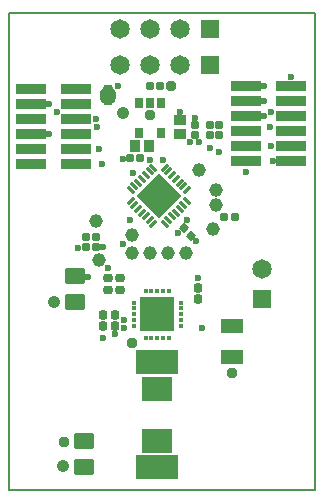
<source format=gts>
G04*
G04 #@! TF.GenerationSoftware,Altium Limited,Altium Designer,20.0.9 (164)*
G04*
G04 Layer_Color=8388736*
%FSLAX25Y25*%
%MOIN*%
G70*
G01*
G75*
%ADD10C,0.00787*%
%ADD31R,0.11614X0.11614*%
%ADD32C,0.01772*%
%ADD33R,0.14370X0.08465*%
%ADD34R,0.10433X0.08071*%
G04:AMPARAMS|DCode=35|XSize=66.93mil|YSize=55.12mil|CornerRadius=6.64mil|HoleSize=0mil|Usage=FLASHONLY|Rotation=180.000|XOffset=0mil|YOffset=0mil|HoleType=Round|Shape=RoundedRectangle|*
%AMROUNDEDRECTD35*
21,1,0.06693,0.04183,0,0,180.0*
21,1,0.05364,0.05512,0,0,180.0*
1,1,0.01329,-0.02682,0.02092*
1,1,0.01329,0.02682,0.02092*
1,1,0.01329,0.02682,-0.02092*
1,1,0.01329,-0.02682,-0.02092*
%
%ADD35ROUNDEDRECTD35*%
G04:AMPARAMS|DCode=36|XSize=31.1mil|YSize=29.53mil|CornerRadius=8.86mil|HoleSize=0mil|Usage=FLASHONLY|Rotation=180.000|XOffset=0mil|YOffset=0mil|HoleType=Round|Shape=RoundedRectangle|*
%AMROUNDEDRECTD36*
21,1,0.03110,0.01181,0,0,180.0*
21,1,0.01339,0.02953,0,0,180.0*
1,1,0.01772,-0.00669,0.00591*
1,1,0.01772,0.00669,0.00591*
1,1,0.01772,0.00669,-0.00591*
1,1,0.01772,-0.00669,-0.00591*
%
%ADD36ROUNDEDRECTD36*%
%ADD37R,0.07284X0.04921*%
G04:AMPARAMS|DCode=38|XSize=31.1mil|YSize=29.53mil|CornerRadius=8.86mil|HoleSize=0mil|Usage=FLASHONLY|Rotation=90.000|XOffset=0mil|YOffset=0mil|HoleType=Round|Shape=RoundedRectangle|*
%AMROUNDEDRECTD38*
21,1,0.03110,0.01181,0,0,90.0*
21,1,0.01339,0.02953,0,0,90.0*
1,1,0.01772,0.00591,0.00669*
1,1,0.01772,0.00591,-0.00669*
1,1,0.01772,-0.00591,-0.00669*
1,1,0.01772,-0.00591,0.00669*
%
%ADD38ROUNDEDRECTD38*%
%ADD39P,0.14755X4X180.0*%
G04:AMPARAMS|DCode=40|XSize=13.78mil|YSize=35.43mil|CornerRadius=0mil|HoleSize=0mil|Usage=FLASHONLY|Rotation=135.000|XOffset=0mil|YOffset=0mil|HoleType=Round|Shape=Round|*
%AMOVALD40*
21,1,0.02165,0.01378,0.00000,0.00000,225.0*
1,1,0.01378,0.00766,0.00766*
1,1,0.01378,-0.00766,-0.00766*
%
%ADD40OVALD40*%

G04:AMPARAMS|DCode=41|XSize=13.78mil|YSize=35.43mil|CornerRadius=0mil|HoleSize=0mil|Usage=FLASHONLY|Rotation=225.000|XOffset=0mil|YOffset=0mil|HoleType=Round|Shape=Round|*
%AMOVALD41*
21,1,0.02165,0.01378,0.00000,0.00000,315.0*
1,1,0.01378,-0.00766,0.00766*
1,1,0.01378,0.00766,-0.00766*
%
%ADD41OVALD41*%

%ADD42C,0.04591*%
G04:AMPARAMS|DCode=43|XSize=26.38mil|YSize=27.95mil|CornerRadius=8.07mil|HoleSize=0mil|Usage=FLASHONLY|Rotation=0.000|XOffset=0mil|YOffset=0mil|HoleType=Round|Shape=RoundedRectangle|*
%AMROUNDEDRECTD43*
21,1,0.02638,0.01181,0,0,0.0*
21,1,0.01024,0.02795,0,0,0.0*
1,1,0.01614,0.00512,-0.00591*
1,1,0.01614,-0.00512,-0.00591*
1,1,0.01614,-0.00512,0.00591*
1,1,0.01614,0.00512,0.00591*
%
%ADD43ROUNDEDRECTD43*%
%ADD44R,0.10039X0.03583*%
%ADD45R,0.03091X0.03091*%
%ADD46R,0.02756X0.03740*%
G04:AMPARAMS|DCode=47|XSize=26.38mil|YSize=27.95mil|CornerRadius=8.07mil|HoleSize=0mil|Usage=FLASHONLY|Rotation=90.000|XOffset=0mil|YOffset=0mil|HoleType=Round|Shape=RoundedRectangle|*
%AMROUNDEDRECTD47*
21,1,0.02638,0.01181,0,0,90.0*
21,1,0.01024,0.02795,0,0,90.0*
1,1,0.01614,0.00591,0.00512*
1,1,0.01614,0.00591,-0.00512*
1,1,0.01614,-0.00591,-0.00512*
1,1,0.01614,-0.00591,0.00512*
%
%ADD47ROUNDEDRECTD47*%
%ADD48R,0.04134X0.03425*%
%ADD49R,0.03347X0.03937*%
G04:AMPARAMS|DCode=50|XSize=26.38mil|YSize=27.95mil|CornerRadius=8.07mil|HoleSize=0mil|Usage=FLASHONLY|Rotation=135.000|XOffset=0mil|YOffset=0mil|HoleType=Round|Shape=RoundedRectangle|*
%AMROUNDEDRECTD50*
21,1,0.02638,0.01181,0,0,135.0*
21,1,0.01024,0.02795,0,0,135.0*
1,1,0.01614,0.00056,0.00780*
1,1,0.01614,0.00780,0.00056*
1,1,0.01614,-0.00056,-0.00780*
1,1,0.01614,-0.00780,-0.00056*
%
%ADD50ROUNDEDRECTD50*%
%ADD51C,0.06496*%
%ADD52R,0.06496X0.06496*%
%ADD53R,0.06496X0.06496*%
%ADD54C,0.02362*%
%ADD55C,0.04134*%
%ADD56C,0.03740*%
G36*
X319509Y428046D02*
X319520D01*
X319532Y428045D01*
X319544Y428044D01*
X319555Y428041D01*
X319566Y428039D01*
X319578Y428035D01*
X319589Y428033D01*
X319600Y428028D01*
X319611Y428025D01*
X320530Y427644D01*
X320540Y427639D01*
X320551Y427634D01*
X320561Y427628D01*
X320571Y427623D01*
X320580Y427616D01*
X320590Y427610D01*
X320599Y427602D01*
X320608Y427596D01*
X320617Y427587D01*
X320626Y427580D01*
X321329Y426877D01*
X321336Y426868D01*
X321345Y426860D01*
X321351Y426850D01*
X321359Y426841D01*
X321365Y426831D01*
X321372Y426822D01*
X321377Y426812D01*
X321383Y426802D01*
X321388Y426791D01*
X321393Y426781D01*
X321774Y425862D01*
X321777Y425851D01*
X321782Y425840D01*
X321784Y425829D01*
X321788Y425817D01*
X321790Y425806D01*
X321793Y425795D01*
X321794Y425783D01*
X321795Y425772D01*
Y425760D01*
X321796Y425748D01*
Y425251D01*
X321793Y425205D01*
X321782Y425160D01*
X321764Y425117D01*
X321740Y425077D01*
X321709Y425042D01*
X321674Y425011D01*
X321656Y425000D01*
X321674Y424989D01*
X321709Y424958D01*
X321740Y424923D01*
X321764Y424883D01*
X321782Y424840D01*
X321793Y424795D01*
X321796Y424749D01*
Y424252D01*
X321795Y424240D01*
Y424228D01*
X321794Y424217D01*
X321793Y424205D01*
X321790Y424194D01*
X321788Y424183D01*
X321784Y424171D01*
X321782Y424160D01*
X321777Y424149D01*
X321774Y424138D01*
X321393Y423219D01*
X321388Y423209D01*
X321383Y423198D01*
X321377Y423188D01*
X321372Y423178D01*
X321365Y423169D01*
X321359Y423159D01*
X321351Y423150D01*
X321345Y423140D01*
X321336Y423132D01*
X321329Y423123D01*
X320626Y422420D01*
X320617Y422413D01*
X320608Y422404D01*
X320599Y422398D01*
X320590Y422390D01*
X320580Y422384D01*
X320571Y422377D01*
X320561Y422372D01*
X320551Y422366D01*
X320540Y422361D01*
X320530Y422356D01*
X319611Y421975D01*
X319600Y421972D01*
X319589Y421967D01*
X319578Y421965D01*
X319566Y421961D01*
X319555Y421959D01*
X319544Y421956D01*
X319532Y421955D01*
X319520Y421954D01*
X319509D01*
X319497Y421953D01*
X318503D01*
X318491Y421954D01*
X318479D01*
X318468Y421955D01*
X318456Y421956D01*
X318445Y421959D01*
X318434Y421961D01*
X318423Y421965D01*
X318411Y421967D01*
X318400Y421972D01*
X318389Y421975D01*
X317471Y422356D01*
X317460Y422361D01*
X317449Y422366D01*
X317440Y422372D01*
X317429Y422377D01*
X317420Y422384D01*
X317410Y422390D01*
X317401Y422398D01*
X317391Y422404D01*
X317383Y422413D01*
X317374Y422420D01*
X316671Y423123D01*
X316664Y423132D01*
X316655Y423140D01*
X316649Y423150D01*
X316641Y423159D01*
X316635Y423169D01*
X316628Y423178D01*
X316623Y423188D01*
X316617Y423198D01*
X316612Y423209D01*
X316607Y423219D01*
X316226Y424138D01*
X316223Y424149D01*
X316218Y424160D01*
X316216Y424171D01*
X316212Y424183D01*
X316210Y424194D01*
X316208Y424205D01*
X316207Y424217D01*
X316205Y424228D01*
Y424240D01*
X316204Y424252D01*
Y424749D01*
X316208Y424795D01*
X316218Y424840D01*
X316236Y424883D01*
X316260Y424923D01*
X316291Y424958D01*
X316326Y424989D01*
X316344Y425000D01*
X316326Y425011D01*
X316291Y425042D01*
X316260Y425077D01*
X316236Y425117D01*
X316218Y425160D01*
X316208Y425205D01*
X316204Y425251D01*
Y425748D01*
X316205Y425760D01*
Y425772D01*
X316207Y425783D01*
X316208Y425795D01*
X316210Y425806D01*
X316212Y425817D01*
X316216Y425829D01*
X316218Y425840D01*
X316223Y425851D01*
X316226Y425862D01*
X316607Y426781D01*
X316612Y426791D01*
X316617Y426802D01*
X316623Y426812D01*
X316628Y426822D01*
X316635Y426831D01*
X316641Y426841D01*
X316649Y426850D01*
X316655Y426860D01*
X316664Y426868D01*
X316671Y426877D01*
X317374Y427580D01*
X317383Y427587D01*
X317391Y427596D01*
X317401Y427602D01*
X317410Y427610D01*
X317420Y427616D01*
X317429Y427623D01*
X317440Y427628D01*
X317449Y427634D01*
X317460Y427639D01*
X317471Y427644D01*
X318389Y428025D01*
X318400Y428028D01*
X318411Y428033D01*
X318423Y428035D01*
X318434Y428039D01*
X318445Y428041D01*
X318456Y428044D01*
X318468Y428045D01*
X318479Y428046D01*
X318491D01*
X318503Y428047D01*
X319497D01*
X319509Y428046D01*
D02*
G37*
D10*
X286000Y452500D02*
X388000D01*
Y293500D02*
Y452500D01*
X286000Y293500D02*
X388000D01*
X286000D02*
Y452500D01*
D31*
X335500Y352000D02*
D03*
D32*
X331563Y359874D02*
D03*
X333531Y359874D02*
D03*
X335500D02*
D03*
X337469D02*
D03*
X339437Y359874D02*
D03*
X343374Y355937D02*
D03*
Y353969D02*
D03*
Y352000D02*
D03*
Y350031D02*
D03*
Y348063D02*
D03*
X339437Y344126D02*
D03*
X337469D02*
D03*
X335500D02*
D03*
X333531D02*
D03*
X331563D02*
D03*
X327626Y348063D02*
D03*
Y350031D02*
D03*
Y352000D02*
D03*
Y353969D02*
D03*
Y355937D02*
D03*
D33*
X335500Y301000D02*
D03*
Y336000D02*
D03*
D34*
Y327161D02*
D03*
Y309839D02*
D03*
D35*
X308000Y356268D02*
D03*
Y364732D02*
D03*
X311000Y301268D02*
D03*
Y309732D02*
D03*
D36*
X319110Y364000D02*
D03*
X322890D02*
D03*
X319110Y360000D02*
D03*
X322890D02*
D03*
D37*
X360500Y337882D02*
D03*
Y348118D02*
D03*
D38*
X317500Y351890D02*
D03*
Y348110D02*
D03*
X321500D02*
D03*
Y351890D02*
D03*
X349000Y360890D02*
D03*
Y357110D02*
D03*
D39*
X336000Y391500D02*
D03*
D40*
X334121Y382104D02*
D03*
X332868Y383357D02*
D03*
X331615Y384610D02*
D03*
X330363Y385863D02*
D03*
X329110Y387115D02*
D03*
X327857Y388368D02*
D03*
X326604Y389621D02*
D03*
X337879Y400896D02*
D03*
X339132Y399643D02*
D03*
X340385Y398390D02*
D03*
X341637Y397137D02*
D03*
X342890Y395885D02*
D03*
X344143Y394632D02*
D03*
X345396Y393379D02*
D03*
D41*
X326604D02*
D03*
X327857Y394632D02*
D03*
X329110Y395885D02*
D03*
X330363Y397137D02*
D03*
X331615Y398390D02*
D03*
X332868Y399643D02*
D03*
X334121Y400896D02*
D03*
X345396Y389621D02*
D03*
X344143Y388368D02*
D03*
X342890Y387115D02*
D03*
X341637Y385863D02*
D03*
X340385Y384610D02*
D03*
X339132Y383357D02*
D03*
X337879Y382104D02*
D03*
D42*
X327000Y378500D02*
D03*
Y372500D02*
D03*
X333000D02*
D03*
X339000D02*
D03*
X345000D02*
D03*
X354000Y380500D02*
D03*
X355000Y388500D02*
D03*
Y393500D02*
D03*
X349500Y400000D02*
D03*
X315000Y383000D02*
D03*
X316000Y370000D02*
D03*
D43*
X361232Y384500D02*
D03*
X357768D02*
D03*
X311621Y377853D02*
D03*
X315086Y377854D02*
D03*
X311621Y374354D02*
D03*
X315086D02*
D03*
X333000Y428000D02*
D03*
X336465D02*
D03*
X329732Y404000D02*
D03*
X326268D02*
D03*
D44*
X380000Y403000D02*
D03*
X365000D02*
D03*
X380000Y408000D02*
D03*
X365000D02*
D03*
X380000Y413000D02*
D03*
X365000D02*
D03*
X380000Y418000D02*
D03*
X365000D02*
D03*
X380000Y423000D02*
D03*
X365000D02*
D03*
X380000Y428000D02*
D03*
X365000D02*
D03*
X308500Y402000D02*
D03*
X293500D02*
D03*
X308500Y407000D02*
D03*
X293500Y407000D02*
D03*
X308500Y412000D02*
D03*
X293500D02*
D03*
X308500Y417000D02*
D03*
X293500D02*
D03*
X308500Y422000D02*
D03*
X293500Y422000D02*
D03*
X308500Y427000D02*
D03*
X293500D02*
D03*
D45*
X319000Y427000D02*
D03*
Y423000D02*
D03*
D46*
X329260Y412579D02*
D03*
X336740Y412579D02*
D03*
X329260Y422421D02*
D03*
X333000Y422421D02*
D03*
X336740Y422421D02*
D03*
D47*
X356000Y415232D02*
D03*
Y411768D02*
D03*
X353000Y415232D02*
D03*
Y411768D02*
D03*
X348000D02*
D03*
Y415232D02*
D03*
D48*
X343000Y412138D02*
D03*
Y416862D02*
D03*
D49*
X332862Y408000D02*
D03*
X328138D02*
D03*
D50*
X344275Y380725D02*
D03*
X346725Y378275D02*
D03*
D51*
X370500Y367000D02*
D03*
X323000Y435000D02*
D03*
X333000D02*
D03*
X343000D02*
D03*
X323000Y447000D02*
D03*
X333000D02*
D03*
X343000D02*
D03*
D52*
X370500Y357000D02*
D03*
D53*
X353000Y435000D02*
D03*
Y447000D02*
D03*
D54*
X356000Y406000D02*
D03*
X302000Y419500D02*
D03*
X315000Y417000D02*
D03*
X373500Y419500D02*
D03*
X337500Y403500D02*
D03*
X315500Y414500D02*
D03*
X373000D02*
D03*
X333000Y403500D02*
D03*
X312500Y364500D02*
D03*
X349500Y409500D02*
D03*
X346500D02*
D03*
X299500Y412000D02*
D03*
Y422000D02*
D03*
X365000Y399500D02*
D03*
X371000Y418000D02*
D03*
Y423000D02*
D03*
Y428000D02*
D03*
X349000Y364000D02*
D03*
X322500Y428000D02*
D03*
X380000Y431000D02*
D03*
X316000Y407000D02*
D03*
X317000Y402000D02*
D03*
X353000Y407500D02*
D03*
X373500Y408000D02*
D03*
X374000Y403000D02*
D03*
X343000Y419500D02*
D03*
X348000Y417500D02*
D03*
X326500Y383500D02*
D03*
X350500Y347500D02*
D03*
X317500Y344000D02*
D03*
X324500Y347500D02*
D03*
Y350000D02*
D03*
X321500Y345500D02*
D03*
X319000Y367500D02*
D03*
X324000Y375500D02*
D03*
X317500Y374500D02*
D03*
X309000Y374000D02*
D03*
X323899Y403823D02*
D03*
X327500Y399000D02*
D03*
X342500Y379000D02*
D03*
X348500Y376500D02*
D03*
X345500Y383500D02*
D03*
D55*
X304000Y301500D02*
D03*
X332500Y349500D02*
D03*
X338000D02*
D03*
Y355000D02*
D03*
X332500D02*
D03*
X301000Y356000D02*
D03*
X324000Y419000D02*
D03*
D56*
X340000Y428000D02*
D03*
X333000Y418500D02*
D03*
X327000Y342500D02*
D03*
X360500Y332500D02*
D03*
X304500Y309500D02*
D03*
M02*

</source>
